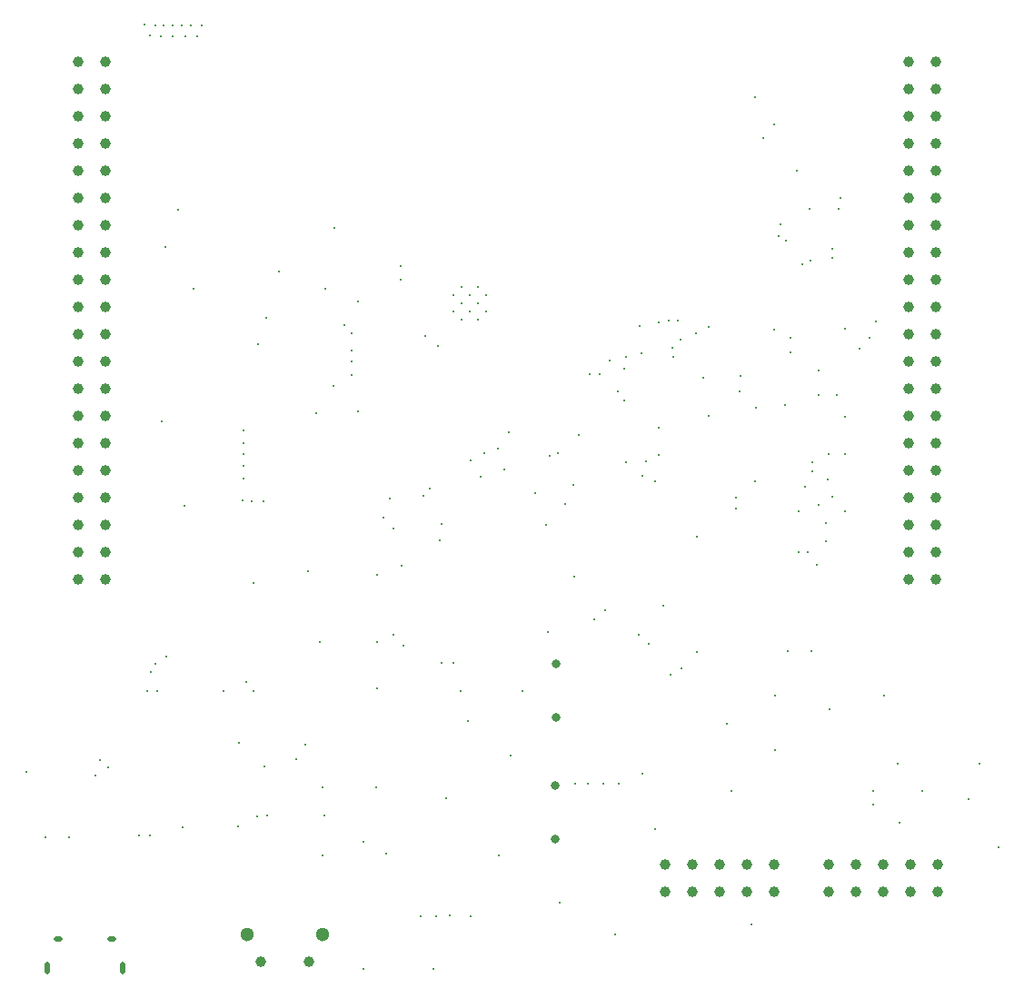
<source format=gbr>
%TF.GenerationSoftware,KiCad,Pcbnew,9.0.6-9.0.6~ubuntu25.04.1*%
%TF.CreationDate,2025-12-03T21:27:21+01:00*%
%TF.ProjectId,CPU,4350552e-6b69-4636-9164-5f7063625858,V0.4*%
%TF.SameCoordinates,Original*%
%TF.FileFunction,Plated,1,2,PTH,Mixed*%
%TF.FilePolarity,Positive*%
%FSLAX46Y46*%
G04 Gerber Fmt 4.6, Leading zero omitted, Abs format (unit mm)*
G04 Created by KiCad (PCBNEW 9.0.6-9.0.6~ubuntu25.04.1) date 2025-12-03 21:27:21*
%MOMM*%
%LPD*%
G01*
G04 APERTURE LIST*
%TA.AperFunction,ComponentDrill*%
%ADD10C,0.200000*%
%TD*%
%TA.AperFunction,ViaDrill*%
%ADD11C,0.300000*%
%TD*%
%TA.AperFunction,ComponentDrill*%
%ADD12C,0.300000*%
%TD*%
G04 aperture for slot hole*
%TA.AperFunction,ComponentDrill*%
%ADD13C,0.500000*%
%TD*%
G04 aperture for slot hole*
%TA.AperFunction,ComponentDrill*%
%ADD14C,0.550000*%
%TD*%
%TA.AperFunction,ComponentDrill*%
%ADD15C,0.800000*%
%TD*%
%TA.AperFunction,ComponentDrill*%
%ADD16C,1.000000*%
%TD*%
%TA.AperFunction,ComponentDrill*%
%ADD17C,1.300000*%
%TD*%
G04 APERTURE END LIST*
D10*
%TO.C,U401*%
X130389000Y-91347500D03*
X130389000Y-92872500D03*
X131151500Y-90585000D03*
X131151500Y-92110000D03*
X131151500Y-93635000D03*
X131914000Y-91347500D03*
X131914000Y-92872500D03*
X132676500Y-90585000D03*
X132676500Y-92110000D03*
X132676500Y-93635000D03*
X133439000Y-91347500D03*
X133439000Y-92872500D03*
%TD*%
D11*
X90576400Y-135839200D03*
X97002600Y-136197950D03*
X97506600Y-134693950D03*
X98229769Y-135372950D03*
X101142800Y-141757400D03*
X101600000Y-66167000D03*
X101854000Y-128270000D03*
X102133400Y-67183000D03*
X102133400Y-141706600D03*
X102223800Y-126542800D03*
X102590600Y-66192400D03*
X102590600Y-125780800D03*
X102819200Y-128295400D03*
X103124000Y-67259200D03*
X103244000Y-103170000D03*
X103378000Y-66192400D03*
X103564000Y-86870000D03*
X103682800Y-125069600D03*
X104216200Y-67259200D03*
X104241600Y-66243200D03*
X104783000Y-83439000D03*
X104783000Y-83439000D03*
X105105200Y-66243200D03*
X105130600Y-140944600D03*
X105359200Y-110998000D03*
X105384600Y-67233800D03*
X105968800Y-66192400D03*
X106205500Y-90779500D03*
X106502200Y-67259200D03*
X106908600Y-66192400D03*
X108940600Y-128295400D03*
X110312200Y-140868400D03*
X110388400Y-133096000D03*
X110798807Y-110505432D03*
X110802000Y-104010000D03*
X110802000Y-105153000D03*
X110802000Y-106169000D03*
X110802000Y-107312000D03*
X110802000Y-108455000D03*
X111099600Y-127406400D03*
X111639028Y-110553600D03*
X111750000Y-118211600D03*
X111750000Y-128244600D03*
X112092167Y-140000500D03*
X112194000Y-95900000D03*
X112694000Y-110553600D03*
X112767167Y-135345800D03*
X112944000Y-93472000D03*
X113050000Y-139850000D03*
X114181000Y-89154000D03*
X115747800Y-134645400D03*
X116636962Y-133263000D03*
X116844000Y-117120000D03*
X117594000Y-102362000D03*
X117983149Y-123708800D03*
X118200000Y-143650000D03*
X118237000Y-137240147D03*
X118350000Y-139850000D03*
X118499000Y-90805000D03*
X119261000Y-99822000D03*
X119344000Y-85120000D03*
X120250000Y-94150000D03*
X120912000Y-96525000D03*
X120912000Y-97536000D03*
X120912000Y-98806000D03*
X120950000Y-94950000D03*
X121513600Y-102184200D03*
X121550000Y-91950000D03*
X122000000Y-142300000D03*
X122044000Y-154170000D03*
X123240800Y-137287000D03*
X123254659Y-123702746D03*
X123266200Y-128066800D03*
X123325000Y-117475000D03*
X123844000Y-112120000D03*
X124143200Y-143462165D03*
X124468000Y-110363000D03*
X124844000Y-113120000D03*
X124849000Y-123063000D03*
X125484000Y-88646000D03*
X125484000Y-89916000D03*
X125548800Y-116620000D03*
X125779966Y-124022000D03*
X127355600Y-149301200D03*
X127649600Y-110119605D03*
X127744000Y-95220000D03*
X128183652Y-109383065D03*
X128544000Y-154170000D03*
X128828800Y-149275800D03*
X128944000Y-96139000D03*
X129105200Y-114220597D03*
X129286000Y-125628400D03*
X129294000Y-112715000D03*
X129692400Y-138252200D03*
X130094000Y-149220000D03*
X130429000Y-125693000D03*
X131091400Y-128244600D03*
X131749800Y-131064000D03*
X131978400Y-106781600D03*
X132044000Y-149270000D03*
X132918200Y-108331000D03*
X133248400Y-106070400D03*
X134544000Y-105670000D03*
X134650000Y-143650000D03*
X135178800Y-107654525D03*
X135594000Y-104120000D03*
X135712200Y-134315200D03*
X136810500Y-128300000D03*
X138057000Y-109855000D03*
X139073000Y-112776000D03*
X139221447Y-122789400D03*
X139385031Y-106379525D03*
X140164449Y-106086229D03*
X140294000Y-148020000D03*
X140843000Y-110820200D03*
X141568000Y-109093000D03*
X141650000Y-117602000D03*
X141740000Y-136906000D03*
X142121000Y-104394000D03*
X142950000Y-136900000D03*
X143129000Y-98740000D03*
X143518000Y-121589800D03*
X144062074Y-98711126D03*
X144373600Y-136956800D03*
X144534000Y-120751600D03*
X145000000Y-97450000D03*
X145440400Y-150952200D03*
X145725000Y-100330000D03*
X145844000Y-136900000D03*
X146282463Y-98200000D03*
X146282463Y-101154515D03*
X146513035Y-97141011D03*
X146527558Y-106919599D03*
X147700000Y-123070000D03*
X147752823Y-94240288D03*
X147963000Y-96774000D03*
X148015000Y-135973000D03*
X148039389Y-108236197D03*
X148344012Y-106870912D03*
X148600000Y-123900000D03*
X149158000Y-141180000D03*
X149233000Y-108712000D03*
X149538345Y-103732778D03*
X149541454Y-93893775D03*
X149556782Y-106235624D03*
X149936200Y-120320000D03*
X150462657Y-93725000D03*
X150647400Y-126796800D03*
X150801573Y-96301644D03*
X150866398Y-97149171D03*
X151296218Y-93725000D03*
X151576811Y-95506523D03*
X151612600Y-126147200D03*
X152981669Y-94939636D03*
X153085800Y-113923000D03*
X153085800Y-124670000D03*
X153678000Y-99060000D03*
X154186000Y-94361000D03*
X154216585Y-102663000D03*
X155858298Y-131370298D03*
X156270000Y-137624000D03*
X156726000Y-110236000D03*
X156726000Y-111252000D03*
X157107000Y-100330000D03*
X157144032Y-98880000D03*
X158175000Y-150070000D03*
X158504000Y-72898000D03*
X158504000Y-108712000D03*
X158628810Y-101859000D03*
X159266000Y-76708000D03*
X160282000Y-75438000D03*
X160282000Y-94578000D03*
X160334000Y-128734000D03*
X160334000Y-133814000D03*
X160692938Y-85831368D03*
X160862000Y-84763000D03*
X161328320Y-101587520D03*
X161412179Y-86284353D03*
X161594000Y-124570000D03*
X161837200Y-95362000D03*
X161842689Y-96662000D03*
X162404000Y-79756000D03*
X162568000Y-111506000D03*
X162568000Y-115316000D03*
X162907880Y-88484652D03*
X163155000Y-109220000D03*
X163418003Y-115316000D03*
X163601400Y-83362800D03*
X163682438Y-88134562D03*
X163736000Y-124562000D03*
X163838000Y-106934000D03*
X163838000Y-107784003D03*
X164242500Y-116482500D03*
X164422737Y-110955691D03*
X164440716Y-100667787D03*
X164473000Y-98425000D03*
X165108000Y-112623000D03*
X165108000Y-114300000D03*
X165311119Y-108527496D03*
X165362000Y-106172000D03*
X165414000Y-130004000D03*
X165668449Y-110130748D03*
X165738000Y-87047153D03*
X165738000Y-87862540D03*
X166161000Y-100644231D03*
X166288000Y-83310772D03*
X166505000Y-82320000D03*
X166886000Y-94488000D03*
X166886000Y-102743000D03*
X166886000Y-106172000D03*
X166886000Y-111486000D03*
X168283000Y-96393000D03*
X169172000Y-95377000D03*
X169478000Y-137624000D03*
X169478000Y-138894000D03*
X169807000Y-93853000D03*
X170494000Y-128720000D03*
X171764000Y-135084000D03*
X171994000Y-140570000D03*
X174050000Y-137624000D03*
X178368000Y-138386000D03*
X179384000Y-135084000D03*
X181162000Y-142820000D03*
D12*
%TO.C,FL301*%
X92404700Y-141909800D03*
X94614700Y-141909800D03*
D13*
%TO.C,J101*%
X92552000Y-154434400D02*
X92552000Y-153784400D01*
X99552000Y-154434400D02*
X99552000Y-153784400D01*
D14*
X93702000Y-151409400D02*
X93402000Y-151409400D01*
X98702000Y-151409400D02*
X98402000Y-151409400D01*
D15*
%TO.C,C202*%
X139850000Y-137050000D03*
X139850000Y-142050000D03*
%TO.C,C201*%
X139950000Y-125741067D03*
X139950000Y-130741067D03*
D16*
%TO.C,J501*%
X95444000Y-69620000D03*
X95444000Y-72160000D03*
X95444000Y-74700000D03*
X95444000Y-77240000D03*
X95444000Y-79780000D03*
X95444000Y-82320000D03*
X95444000Y-84860000D03*
X95444000Y-87400000D03*
X95444000Y-89940000D03*
X95444000Y-92480000D03*
X95444000Y-95020000D03*
X95444000Y-97560000D03*
X95444000Y-100100000D03*
X95444000Y-102640000D03*
X95444000Y-105180000D03*
X95444000Y-107720000D03*
X95444000Y-110260000D03*
X95444000Y-112800000D03*
X95444000Y-115340000D03*
X95444000Y-117880000D03*
X97984000Y-69620000D03*
X97984000Y-72160000D03*
X97984000Y-74700000D03*
X97984000Y-77240000D03*
X97984000Y-79780000D03*
X97984000Y-82320000D03*
X97984000Y-84860000D03*
X97984000Y-87400000D03*
X97984000Y-89940000D03*
X97984000Y-92480000D03*
X97984000Y-95020000D03*
X97984000Y-97560000D03*
X97984000Y-100100000D03*
X97984000Y-102640000D03*
X97984000Y-105180000D03*
X97984000Y-107720000D03*
X97984000Y-110260000D03*
X97984000Y-112800000D03*
X97984000Y-115340000D03*
X97984000Y-117880000D03*
%TO.C,SW102*%
X112424000Y-153490000D03*
X116924000Y-153490000D03*
%TO.C,J602*%
X150154000Y-144445000D03*
X150154000Y-146985000D03*
X152694000Y-144445000D03*
X152694000Y-146985000D03*
X155234000Y-144445000D03*
X155234000Y-146985000D03*
X157774000Y-144445000D03*
X157774000Y-146985000D03*
X160314000Y-144445000D03*
X160314000Y-146985000D03*
%TO.C,J601*%
X165394000Y-144445000D03*
X165394000Y-146985000D03*
X167934000Y-144445000D03*
X167934000Y-146985000D03*
X170474000Y-144445000D03*
X170474000Y-146985000D03*
%TO.C,J502*%
X172804000Y-69620000D03*
X172804000Y-72160000D03*
X172804000Y-74700000D03*
X172804000Y-77240000D03*
X172804000Y-79780000D03*
X172804000Y-82320000D03*
X172804000Y-84860000D03*
X172804000Y-87400000D03*
X172804000Y-89940000D03*
X172804000Y-92480000D03*
X172804000Y-95020000D03*
X172804000Y-97560000D03*
X172804000Y-100100000D03*
X172804000Y-102640000D03*
X172804000Y-105180000D03*
X172804000Y-107720000D03*
X172804000Y-110260000D03*
X172804000Y-112800000D03*
X172804000Y-115340000D03*
X172804000Y-117880000D03*
%TO.C,J601*%
X173014000Y-144445000D03*
X173014000Y-146985000D03*
%TO.C,J502*%
X175344000Y-69620000D03*
X175344000Y-72160000D03*
X175344000Y-74700000D03*
X175344000Y-77240000D03*
X175344000Y-79780000D03*
X175344000Y-82320000D03*
X175344000Y-84860000D03*
X175344000Y-87400000D03*
X175344000Y-89940000D03*
X175344000Y-92480000D03*
X175344000Y-95020000D03*
X175344000Y-97560000D03*
X175344000Y-100100000D03*
X175344000Y-102640000D03*
X175344000Y-105180000D03*
X175344000Y-107720000D03*
X175344000Y-110260000D03*
X175344000Y-112800000D03*
X175344000Y-115340000D03*
X175344000Y-117880000D03*
%TO.C,J601*%
X175554000Y-144445000D03*
X175554000Y-146985000D03*
D17*
%TO.C,SW102*%
X111174000Y-150990000D03*
X118174000Y-150990000D03*
M02*

</source>
